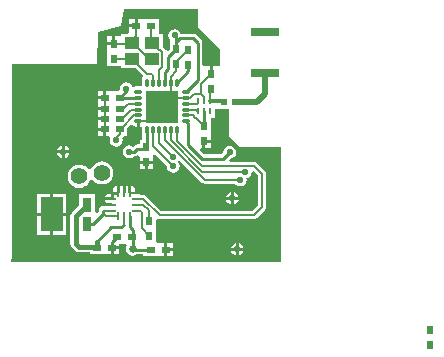
<source format=gtl>
%FSLAX25Y25*%
%MOIN*%
G70*
G01*
G75*
G04 Layer_Physical_Order=1*
G04 Layer_Color=255*
%ADD10R,0.02874X0.04961*%
%ADD11R,0.07205X0.11260*%
%ADD12R,0.02500X0.02000*%
%ADD13R,0.02000X0.02500*%
%ADD14R,0.09449X0.02953*%
%ADD15R,0.04724X0.03937*%
%ADD16R,0.04724X0.03937*%
G04:AMPARAMS|DCode=17|XSize=7.87mil|YSize=23.62mil|CornerRadius=0mil|HoleSize=0mil|Usage=FLASHONLY|Rotation=90.000|XOffset=0mil|YOffset=0mil|HoleType=Round|Shape=Octagon|*
%AMOCTAGOND17*
4,1,8,-0.01181,-0.00197,-0.01181,0.00197,-0.00984,0.00394,0.00984,0.00394,0.01181,0.00197,0.01181,-0.00197,0.00984,-0.00394,-0.00984,-0.00394,-0.01181,-0.00197,0.0*
%
%ADD17OCTAGOND17*%

%ADD18O,0.02756X0.00787*%
G04:AMPARAMS|DCode=19|XSize=7.87mil|YSize=23.62mil|CornerRadius=0mil|HoleSize=0mil|Usage=FLASHONLY|Rotation=180.000|XOffset=0mil|YOffset=0mil|HoleType=Round|Shape=Octagon|*
%AMOCTAGOND19*
4,1,8,0.00197,-0.01181,-0.00197,-0.01181,-0.00394,-0.00984,-0.00394,0.00984,-0.00197,0.01181,0.00197,0.01181,0.00394,0.00984,0.00394,-0.00984,0.00197,-0.01181,0.0*
%
%ADD19OCTAGOND19*%

%ADD20O,0.00787X0.02756*%
G04:AMPARAMS|DCode=21|XSize=7.87mil|YSize=27.56mil|CornerRadius=1.97mil|HoleSize=0mil|Usage=FLASHONLY|Rotation=90.000|XOffset=0mil|YOffset=0mil|HoleType=Round|Shape=RoundedRectangle|*
%AMROUNDEDRECTD21*
21,1,0.00787,0.02362,0,0,90.0*
21,1,0.00394,0.02756,0,0,90.0*
1,1,0.00394,0.01181,0.00197*
1,1,0.00394,0.01181,-0.00197*
1,1,0.00394,-0.01181,-0.00197*
1,1,0.00394,-0.01181,0.00197*
%
%ADD21ROUNDEDRECTD21*%
%ADD22R,0.00984X0.02165*%
%ADD23R,0.02362X0.01969*%
%ADD24O,0.02953X0.01181*%
%ADD25O,0.01181X0.02953*%
%ADD26R,0.11024X0.11024*%
%ADD27C,0.01000*%
%ADD28C,0.00600*%
%ADD29C,0.01500*%
%ADD30C,0.02000*%
%ADD31C,0.00800*%
%ADD32C,0.00900*%
%ADD33C,0.01200*%
%ADD34C,0.02200*%
%ADD35C,0.02500*%
%ADD36C,0.05600*%
G36*
X616900Y221000D02*
X616900Y221000D01*
X616900Y221000D01*
X617000Y220900D01*
Y214700D01*
X617200D01*
X624200Y207700D01*
Y201850D01*
X623600D01*
Y201850D01*
X621900D01*
Y199399D01*
X620900D01*
Y201850D01*
X619200D01*
Y201850D01*
X618995D01*
X618429Y202416D01*
Y209800D01*
X618313Y210385D01*
X617981Y210881D01*
X616581Y212281D01*
X616085Y212613D01*
X615500Y212729D01*
X611236D01*
X611178Y213019D01*
X610714Y213714D01*
X610019Y214178D01*
X609200Y214341D01*
X608381Y214178D01*
X607686Y213714D01*
X607222Y213019D01*
X607059Y212200D01*
X607222Y211381D01*
X607686Y210686D01*
X607700Y210677D01*
X607600Y210150D01*
X607600Y210150D01*
Y207663D01*
X606963Y207026D01*
X606198Y207258D01*
X606180Y207348D01*
X605892Y207779D01*
X605365Y208306D01*
X605255Y208379D01*
Y212787D01*
X603950D01*
Y213300D01*
X603950D01*
Y217700D01*
X599516D01*
Y217700D01*
X599516Y217700D01*
X599050Y217700D01*
X599000D01*
X598950D01*
X598484Y217700D01*
X598484Y217700D01*
Y217700D01*
X597000D01*
Y215499D01*
X596501D01*
Y215000D01*
X594050D01*
Y213352D01*
X594050D01*
X594050Y213352D01*
X594050Y213300D01*
X593537Y212787D01*
X591438D01*
Y211950D01*
X591438D01*
X591200D01*
X590872Y211950D01*
X590872Y211950D01*
Y211950D01*
X589500D01*
Y209499D01*
X589001D01*
Y209000D01*
X586800D01*
Y207516D01*
X586800D01*
X586800Y207516D01*
X586800Y207050D01*
Y206950D01*
D01*
D01*
X586800D01*
Y202050D01*
X591200D01*
D01*
X591200D01*
X591438Y201812D01*
Y201331D01*
X596294D01*
X598813Y198812D01*
X598788Y198551D01*
X598392Y197959D01*
X598253Y197260D01*
Y195488D01*
Y195488D01*
X598290Y195214D01*
X598012Y195247D01*
X598012Y195247D01*
Y195247D01*
X596240D01*
X595541Y195108D01*
X595467Y195058D01*
X595078Y195219D01*
X594614Y195914D01*
X593919Y196378D01*
X593100Y196541D01*
X592281Y196378D01*
X591586Y195914D01*
X591122Y195219D01*
X590959Y194400D01*
X590975Y194318D01*
X590468Y193700D01*
X588550D01*
D01*
D01*
X588550Y193700D01*
X588450D01*
Y193700D01*
X586500D01*
Y191499D01*
X586001D01*
Y191000D01*
X583550D01*
Y189300D01*
Y188300D01*
X586001D01*
Y187300D01*
X583550D01*
Y185600D01*
Y185000D01*
X586001D01*
Y184000D01*
X583550D01*
Y182300D01*
Y181500D01*
X586001D01*
Y181001D01*
X586500D01*
Y178800D01*
X587495D01*
X587872Y178094D01*
X587822Y178019D01*
X587659Y177200D01*
X587822Y176381D01*
X588286Y175686D01*
X588981Y175222D01*
X589800Y175059D01*
X590619Y175222D01*
X591314Y175686D01*
X591778Y176381D01*
X591941Y177200D01*
X591778Y178019D01*
X591704Y178130D01*
X591937Y178363D01*
X592225Y178793D01*
X592226Y178800D01*
X593450D01*
Y181368D01*
X594422Y182340D01*
X594949Y182288D01*
X595541Y181892D01*
X596240Y181753D01*
X596626D01*
Y183580D01*
X597626D01*
Y181753D01*
X598012D01*
X598012D01*
X598286Y181790D01*
X598253Y181512D01*
X598253Y181512D01*
X598253D01*
Y179740D01*
X598392Y179042D01*
X598471Y178924D01*
Y177450D01*
X597600D01*
Y175929D01*
X596800D01*
X596215Y175813D01*
X595719Y175481D01*
X595336Y175099D01*
X594919Y175378D01*
X594100Y175541D01*
X593281Y175378D01*
X592586Y174914D01*
X592122Y174219D01*
X591959Y173400D01*
X592122Y172581D01*
X592586Y171886D01*
X593281Y171422D01*
X594100Y171259D01*
X594919Y171422D01*
X595591Y171871D01*
X595800D01*
X596385Y171987D01*
X596881Y172319D01*
X597600Y171600D01*
Y170500D01*
X602000D01*
Y171984D01*
X602000D01*
Y171984D01*
D01*
X602000Y172450D01*
Y172454D01*
Y172480D01*
X602048Y172500D01*
X603025Y172500D01*
X606703Y168822D01*
X606659Y168600D01*
X606822Y167781D01*
X607286Y167086D01*
X607981Y166622D01*
X608800Y166459D01*
X609619Y166622D01*
X610314Y167086D01*
X610778Y167781D01*
X610941Y168600D01*
X610778Y169419D01*
X610314Y170114D01*
X610214Y170181D01*
Y170286D01*
X610315Y170436D01*
X611111Y170515D01*
X618468Y163157D01*
X618898Y162870D01*
X619406Y162769D01*
X629402D01*
X629591Y162486D01*
X630286Y162022D01*
X631105Y161859D01*
X631925Y162022D01*
X632619Y162486D01*
X633083Y163181D01*
X633246Y164000D01*
X633142Y164527D01*
X633619Y164622D01*
X634314Y165086D01*
X634778Y165781D01*
X634941Y166600D01*
X634941Y166602D01*
X635646Y166979D01*
X637075Y165551D01*
Y155649D01*
X635051Y153626D01*
X604849D01*
X599781Y158694D01*
X599351Y158981D01*
X598844Y159082D01*
X598109D01*
X597840Y159350D01*
X595931D01*
Y159350D01*
X594672D01*
X594497Y159176D01*
X594336D01*
Y159675D01*
X593837D01*
Y162057D01*
X593540D01*
X593383Y161899D01*
X592990Y162161D01*
X592869Y162185D01*
Y159675D01*
X591868D01*
Y162185D01*
X591747Y162161D01*
X591355Y161899D01*
X591197Y162057D01*
X590900D01*
Y159675D01*
X590401D01*
Y159176D01*
X588981D01*
Y157755D01*
X588482D01*
Y157256D01*
X586100D01*
Y156959D01*
X586257Y156802D01*
X585995Y156410D01*
X585971Y156288D01*
X588482D01*
Y155413D01*
X586896D01*
X586771Y155288D01*
X585971D01*
X585871Y155788D01*
X585427Y155343D01*
X585400Y155349D01*
X584815Y155232D01*
X584319Y154901D01*
X583987Y154405D01*
X583871Y153819D01*
Y153596D01*
X583205Y153151D01*
X582737Y153345D01*
Y159430D01*
X577463D01*
Y155636D01*
X574938Y153111D01*
X574551Y152532D01*
X574416Y151850D01*
Y142800D01*
X574416Y142800D01*
X574416D01*
X574551Y142117D01*
X574938Y141538D01*
X576038Y140438D01*
X576038Y140438D01*
X576617Y140051D01*
X577300Y139916D01*
X580950D01*
Y139300D01*
X585850D01*
Y139300D01*
X585850D01*
X585850Y139300D01*
X585950D01*
Y139300D01*
X587900D01*
Y141501D01*
X588399D01*
Y142000D01*
X590850D01*
Y142800D01*
X592550D01*
Y142800D01*
X592550D01*
X592550Y142800D01*
X592650D01*
Y142800D01*
X592881D01*
X593258Y142095D01*
X593181Y141978D01*
X593006Y141100D01*
X593181Y140222D01*
X593678Y139478D01*
X594422Y138980D01*
X595300Y138806D01*
X596178Y138980D01*
X596612Y139271D01*
X598750D01*
Y138600D01*
X603650D01*
X603650Y138600D01*
Y138600D01*
X603650D01*
X603750D01*
X604216Y138600D01*
X604216Y138600D01*
Y138600D01*
X605700D01*
Y140799D01*
Y143000D01*
X604216D01*
Y143000D01*
X604216Y143000D01*
X603750Y143000D01*
X603700D01*
X603650D01*
X603466D01*
X602900Y143566D01*
Y147850D01*
D01*
Y147850D01*
X602900Y147850D01*
Y147950D01*
X602900D01*
Y150823D01*
X603606Y151200D01*
X603793Y151075D01*
X604300Y150975D01*
X635600D01*
X636107Y151075D01*
X636537Y151363D01*
X636537Y151363D01*
X636537Y151363D01*
X639337Y154163D01*
X639625Y154593D01*
X639725Y155100D01*
Y166100D01*
X639725Y166100D01*
X639625Y166607D01*
X639337Y167037D01*
X636737Y169637D01*
X636307Y169925D01*
X635800Y170026D01*
X627534D01*
X627227Y170765D01*
X627627Y171164D01*
X628419Y171322D01*
X629114Y171786D01*
X629578Y172481D01*
X629741Y173300D01*
X629578Y174119D01*
X629114Y174814D01*
X628419Y175278D01*
X627600Y175441D01*
X626781Y175278D01*
X626086Y174814D01*
X625622Y174119D01*
X625464Y173327D01*
X624667Y172529D01*
X619134D01*
X617852Y173811D01*
X618158Y174550D01*
X618500D01*
Y177001D01*
X618999D01*
Y177500D01*
X621200D01*
Y179450D01*
D01*
Y179450D01*
X621200Y179450D01*
Y179550D01*
X621200D01*
Y184450D01*
D01*
Y184450D01*
X621321Y184571D01*
X622592D01*
Y187816D01*
X623150D01*
Y187816D01*
X627200D01*
Y178700D01*
X630867Y175033D01*
X644573D01*
Y136800D01*
X554836D01*
X554554Y137549D01*
X555027Y137963D01*
Y202600D01*
X583500D01*
X583700Y213200D01*
X591200Y215200D01*
X592464Y221100D01*
X616859D01*
X616900Y221000D01*
D02*
G37*
%LPC*%
G36*
X573091Y159430D02*
X568789D01*
Y153100D01*
X573091D01*
Y159430D01*
D02*
G37*
G36*
Y152100D02*
X568789D01*
Y145770D01*
X573091D01*
Y152100D01*
D02*
G37*
G36*
X567789Y159430D02*
X563487D01*
Y153100D01*
X567789D01*
Y159430D01*
D02*
G37*
G36*
X628000Y157400D02*
X626458D01*
X626522Y157081D01*
X626986Y156386D01*
X627681Y155922D01*
X628000Y155858D01*
Y157400D01*
D02*
G37*
G36*
Y159942D02*
X627681Y159878D01*
X626986Y159414D01*
X626522Y158719D01*
X626458Y158400D01*
X628000D01*
Y159942D01*
D02*
G37*
G36*
X587981Y159350D02*
X586897D01*
X586100Y158553D01*
Y158256D01*
X587981D01*
Y159350D01*
D02*
G37*
G36*
X630542Y157400D02*
X629000D01*
Y155858D01*
X629319Y155922D01*
X630014Y156386D01*
X630478Y157081D01*
X630542Y157400D01*
D02*
G37*
G36*
X567789Y152100D02*
X563487D01*
Y145770D01*
X567789D01*
Y152100D01*
D02*
G37*
G36*
X632142Y140400D02*
X630600D01*
Y138858D01*
X630919Y138922D01*
X631614Y139386D01*
X632078Y140081D01*
X632142Y140400D01*
D02*
G37*
G36*
X629600D02*
X628058D01*
X628122Y140081D01*
X628586Y139386D01*
X629281Y138922D01*
X629600Y138858D01*
Y140400D01*
D02*
G37*
G36*
X608650Y140300D02*
X606700D01*
Y138600D01*
X608650D01*
Y140300D01*
D02*
G37*
G36*
X590850Y141000D02*
X588900D01*
Y139300D01*
X590850D01*
Y141000D01*
D02*
G37*
G36*
X630600Y142942D02*
Y141400D01*
X632142D01*
X632078Y141719D01*
X631614Y142414D01*
X630919Y142878D01*
X630600Y142942D01*
D02*
G37*
G36*
X629600D02*
X629281Y142878D01*
X628586Y142414D01*
X628122Y141719D01*
X628058Y141400D01*
X629600D01*
Y142942D01*
D02*
G37*
G36*
X608650Y143000D02*
X606700D01*
Y141300D01*
X608650D01*
Y143000D01*
D02*
G37*
G36*
X621200Y176500D02*
X619500D01*
Y174550D01*
X621200D01*
Y176500D01*
D02*
G37*
G36*
X572581Y175442D02*
Y173900D01*
X574123D01*
X574059Y174219D01*
X573595Y174914D01*
X572900Y175378D01*
X572581Y175442D01*
D02*
G37*
G36*
X571581D02*
X571262Y175378D01*
X570567Y174914D01*
X570103Y174219D01*
X570039Y173900D01*
X571581D01*
Y175442D01*
D02*
G37*
G36*
X585500Y180500D02*
X583550D01*
Y178800D01*
X585500D01*
Y180500D01*
D02*
G37*
G36*
X596000Y217700D02*
X594050D01*
Y216000D01*
X596000D01*
Y217700D01*
D02*
G37*
G36*
X588500Y211950D02*
X586800D01*
Y210000D01*
X588500D01*
Y211950D01*
D02*
G37*
G36*
X585500Y193700D02*
X583550D01*
Y192000D01*
X585500D01*
Y193700D01*
D02*
G37*
G36*
X574123Y172900D02*
X572581D01*
Y171358D01*
X572900Y171422D01*
X573595Y171886D01*
X574059Y172581D01*
X574123Y172900D01*
D02*
G37*
G36*
X595134Y162057D02*
X594837D01*
Y160176D01*
X595931D01*
Y161260D01*
X595134Y162057D01*
D02*
G37*
G36*
X589900D02*
X589603D01*
X588806Y161260D01*
Y160176D01*
X589900D01*
Y162057D01*
D02*
G37*
G36*
X629000Y159942D02*
Y158400D01*
X630542D01*
X630478Y158719D01*
X630014Y159414D01*
X629319Y159878D01*
X629000Y159942D01*
D02*
G37*
G36*
X585000Y170233D02*
X584008Y170102D01*
X583084Y169719D01*
X582290Y169110D01*
X581681Y168316D01*
X581362Y167547D01*
X580741Y167465D01*
X580530Y167493D01*
X580210Y167910D01*
X579416Y168519D01*
X578492Y168902D01*
X577500Y169033D01*
X576508Y168902D01*
X575584Y168519D01*
X574790Y167910D01*
X574181Y167116D01*
X573798Y166192D01*
X573667Y165200D01*
X573798Y164208D01*
X574181Y163284D01*
X574790Y162490D01*
X575584Y161881D01*
X576508Y161498D01*
X577500Y161367D01*
X578492Y161498D01*
X579416Y161881D01*
X580210Y162490D01*
X580819Y163284D01*
X581138Y164053D01*
X581759Y164135D01*
X581970Y164107D01*
X582290Y163690D01*
X583084Y163081D01*
X584008Y162698D01*
X585000Y162567D01*
X585992Y162698D01*
X586916Y163081D01*
X587710Y163690D01*
X588319Y164484D01*
X588702Y165408D01*
X588833Y166400D01*
X588702Y167392D01*
X588319Y168316D01*
X587710Y169110D01*
X586916Y169719D01*
X585992Y170102D01*
X585000Y170233D01*
D02*
G37*
G36*
X571581Y172900D02*
X570039D01*
X570103Y172581D01*
X570567Y171886D01*
X571262Y171422D01*
X571581Y171358D01*
Y172900D01*
D02*
G37*
G36*
X602000Y169500D02*
X600300D01*
Y167550D01*
X602000D01*
Y169500D01*
D02*
G37*
G36*
X599300D02*
X597600D01*
Y167550D01*
X599300D01*
Y169500D01*
D02*
G37*
%LPD*%
D10*
X580100Y155750D02*
D03*
Y149450D02*
D03*
D11*
X568289Y152600D02*
D03*
D12*
X588400Y141500D02*
D03*
X583400D02*
D03*
X606200Y140800D02*
D03*
X601200D02*
D03*
X596500Y215500D02*
D03*
X601500D02*
D03*
X591000Y191500D02*
D03*
X586000D02*
D03*
Y187800D02*
D03*
X591000D02*
D03*
Y184500D02*
D03*
X586000D02*
D03*
Y181000D02*
D03*
X591000D02*
D03*
X590100Y145000D02*
D03*
X595100D02*
D03*
D13*
X694500Y114100D02*
D03*
Y109100D02*
D03*
X599800Y170000D02*
D03*
Y175000D02*
D03*
X589000Y204500D02*
D03*
Y209500D02*
D03*
X609800Y207700D02*
D03*
Y202700D02*
D03*
X621400Y199400D02*
D03*
Y194400D02*
D03*
X619000Y182000D02*
D03*
Y177000D02*
D03*
X613800Y202500D02*
D03*
Y207500D02*
D03*
X600700Y145400D02*
D03*
Y150400D02*
D03*
D14*
X639472Y213383D02*
D03*
Y199800D02*
D03*
D15*
X601693Y204500D02*
D03*
Y209618D02*
D03*
X595000D02*
D03*
D16*
Y204500D02*
D03*
D17*
X588481Y153819D02*
D03*
Y157756D02*
D03*
X596256D02*
D03*
Y153819D02*
D03*
D18*
X588481Y155788D02*
D03*
D19*
X590400Y159676D02*
D03*
X594337D02*
D03*
Y151900D02*
D03*
X590400D02*
D03*
D20*
X592369Y159676D02*
D03*
Y151900D02*
D03*
D21*
X596256Y155788D02*
D03*
D22*
X616963Y186854D02*
D03*
X618931D02*
D03*
X620900D02*
D03*
X616963Y190200D02*
D03*
X618931D02*
D03*
X620900D02*
D03*
D23*
X629468Y190000D02*
D03*
X625531D02*
D03*
D24*
X612874Y183579D02*
D03*
X597126Y193421D02*
D03*
X612874D02*
D03*
Y191453D02*
D03*
Y189484D02*
D03*
Y187516D02*
D03*
Y185547D02*
D03*
X597126Y183579D02*
D03*
Y185547D02*
D03*
Y187516D02*
D03*
Y189484D02*
D03*
Y191453D02*
D03*
D25*
X600079Y196374D02*
D03*
X609921Y180626D02*
D03*
X607953D02*
D03*
X605984D02*
D03*
X604016D02*
D03*
X602047D02*
D03*
Y196374D02*
D03*
X604016D02*
D03*
X605984D02*
D03*
X607953D02*
D03*
X609921D02*
D03*
X600079Y180626D02*
D03*
D26*
X605000Y188500D02*
D03*
D27*
X588300Y143200D02*
X590100Y145000D01*
X588300Y140600D02*
Y143200D01*
X600000Y175000D02*
Y180547D01*
X599400Y174400D02*
X600000Y175000D01*
X595300Y141100D02*
Y147300D01*
X582050Y149450D02*
X585400Y152800D01*
X580100Y149450D02*
X582050D01*
X588171Y148200D02*
X591400D01*
X583200Y143229D02*
X588171Y148200D01*
X591000Y191500D02*
X593100Y193600D01*
Y194400D01*
X595300Y141100D02*
X595600Y140800D01*
X601200D01*
X591400Y148200D02*
X592369Y149169D01*
X625300Y171000D02*
X627600Y173300D01*
X618500Y171000D02*
X625300D01*
X618931Y182069D02*
Y186854D01*
X613800Y175700D02*
X618500Y171000D01*
X613800Y175700D02*
Y182653D01*
X612874Y183579D02*
X613800Y182653D01*
Y200253D02*
Y202500D01*
X609921Y196374D02*
X613800Y200253D01*
X609800Y210100D02*
X610900Y211200D01*
X609800Y210100D02*
Y211600D01*
Y207700D02*
Y210100D01*
X612874Y193421D02*
X616900Y197447D01*
Y209800D01*
X615500Y211200D02*
X616900Y209800D01*
X610900Y211200D02*
X615500D01*
X609200Y212200D02*
X609800Y211600D01*
X607000Y204900D02*
X609800Y207700D01*
X607000Y201086D02*
Y204900D01*
X605984Y200070D02*
X607000Y201086D01*
X605984Y196374D02*
Y200070D01*
X594337Y148263D02*
X595300Y147300D01*
X585400Y152800D02*
Y153819D01*
X595800Y173400D02*
X596800Y174400D01*
X594100Y173400D02*
X595800D01*
X596800Y174400D02*
X599400D01*
X600000Y180547D02*
X600079Y180626D01*
X591000Y191500D02*
X591047Y191453D01*
X597126D01*
D28*
X590300Y164600D02*
X590400D01*
X635600Y152300D02*
X638400Y155100D01*
Y166100D01*
X604300Y152300D02*
X635600D01*
X598844Y157756D02*
X604300Y152300D01*
X631011Y164094D02*
X631105Y164000D01*
X628800Y164094D02*
X631011D01*
X589800Y178100D02*
X591000Y179300D01*
X589800Y177800D02*
Y178100D01*
X589200Y177200D02*
X589800Y177800D01*
X593784Y189484D02*
X597126D01*
X592100Y187800D02*
X593784Y189484D01*
X591000Y187800D02*
X592100D01*
X618300Y168700D02*
X635800D01*
X638400Y166100D01*
X609921Y177079D02*
Y180626D01*
X618400Y166800D02*
X632800D01*
X607953Y177247D02*
X618400Y166800D01*
X607953Y177247D02*
Y180626D01*
X601693Y209618D02*
X603942Y207368D01*
X596256Y153819D02*
X597781D01*
X598200Y153400D01*
Y147900D02*
Y153400D01*
Y147900D02*
X600700Y145400D01*
Y150400D02*
Y153900D01*
X598812Y155788D02*
X600700Y153900D01*
X596256Y155788D02*
X598812D01*
X585400Y152800D02*
X586300Y151900D01*
X590400D01*
X585400Y153819D02*
X588481D01*
X596256Y157756D02*
X598844D01*
X591000Y179300D02*
Y181000D01*
X602047Y175353D02*
X608800Y168600D01*
X604016Y176484D02*
X608700Y171800D01*
X602047Y175353D02*
Y180626D01*
X590200Y180200D02*
X591000Y181000D01*
X604016Y176484D02*
Y180626D01*
X619406Y164094D02*
X628800D01*
X605984Y177516D02*
X619406Y164094D01*
X605984Y177516D02*
Y180626D01*
X616547Y189484D02*
X617063Y190000D01*
X591000Y181000D02*
X591208D01*
X595755Y185547D01*
X597126D01*
X595516Y187516D02*
X597126D01*
X595500Y187500D02*
X595516Y187516D01*
X594550Y187500D02*
X595500D01*
X591550Y184500D02*
X594550Y187500D01*
X591000Y184500D02*
X591550D01*
X600079Y183579D02*
X605000Y188500D01*
X595485Y209618D02*
X600603Y204500D01*
X595000Y209618D02*
X595485D01*
X600603Y204500D02*
X601693D01*
X602047Y196374D02*
Y198953D01*
X601500Y199500D02*
X602047Y198953D01*
X600000Y199500D02*
X601500D01*
X595000Y204500D02*
X600000Y199500D01*
X589000Y204500D02*
X595000D01*
X601500Y209811D02*
X601693Y209618D01*
X604016Y196374D02*
Y200692D01*
X604955Y201631D01*
Y206841D01*
X604428Y207368D02*
X604955Y206841D01*
X603942Y207368D02*
X604428D01*
X601500Y209811D02*
Y215500D01*
X596500Y212000D02*
Y215500D01*
X595000Y210500D02*
X596500Y212000D01*
X595000Y209618D02*
Y210500D01*
X594882Y209500D02*
X595000Y209618D01*
X589000Y209500D02*
X594882D01*
X609921Y177079D02*
X618300Y168700D01*
D29*
X576200Y151850D02*
X580100Y155750D01*
X576200Y142800D02*
Y151850D01*
Y142800D02*
X577300Y141700D01*
X583200D01*
Y143229D01*
D30*
X639472Y192772D02*
Y199800D01*
X636700Y190000D02*
X639472Y192772D01*
X629468Y190000D02*
X636700D01*
D31*
X609800Y203500D02*
X613800Y207500D01*
X609800Y202700D02*
Y203500D01*
X616229Y184771D02*
X618931Y182069D01*
X620900Y190200D02*
Y193900D01*
X616057Y184771D02*
X616229D01*
X615280Y185547D02*
X616057Y184771D01*
X609800Y200200D02*
Y202700D01*
X607953Y198353D02*
X609800Y200200D01*
X607953Y196374D02*
Y198353D01*
X592369Y149169D02*
Y151900D01*
X586000Y187800D02*
Y191500D01*
Y184500D02*
Y187800D01*
Y181000D02*
Y184500D01*
X618000Y192600D02*
Y196000D01*
X621400Y199400D01*
X620900Y193900D02*
X621400Y194400D01*
X618931Y190200D02*
Y191668D01*
X618000Y192600D02*
X618931Y191668D01*
X615600Y192600D02*
X618000D01*
X614453Y191453D02*
X615600Y192600D01*
X612874Y191453D02*
X614453D01*
X612874Y185547D02*
X615280D01*
X616201Y187516D02*
X617063Y186653D01*
X612874Y187516D02*
X616201D01*
X612874Y189484D02*
X616547D01*
X607953Y191453D02*
X612874D01*
X607953D02*
Y196374D01*
X597126Y183579D02*
X600079D01*
D32*
X594337Y148263D02*
Y151900D01*
D33*
X625331Y190200D02*
X625531Y190000D01*
X620900Y190200D02*
X625331D01*
D34*
X572081Y173400D02*
D03*
X593100Y194400D02*
D03*
X628500Y157900D02*
D03*
X630100Y140900D02*
D03*
X631105Y164000D02*
D03*
X627600Y173300D02*
D03*
X632800Y166600D02*
D03*
X589800Y177200D02*
D03*
X609200Y212200D02*
D03*
X608700Y171800D02*
D03*
X608800Y168600D02*
D03*
X594100Y173400D02*
D03*
D35*
X595300Y141100D02*
D03*
D36*
X585000Y166400D02*
D03*
X577500Y165200D02*
D03*
M02*

</source>
